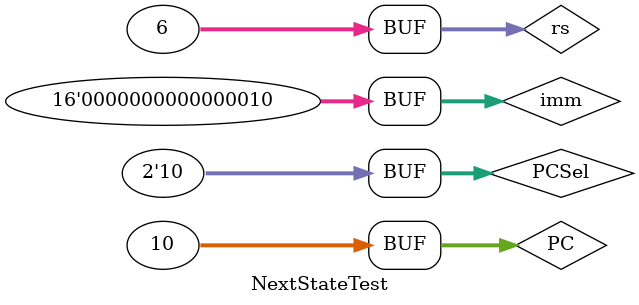
<source format=v>
`timescale 1ns / 1ps


module NextStateTest;

	// Inputs
	reg [31:0] PC;
	reg [1:0] PCSel;
	reg [31:0] rs;
	reg [15:0] imm;

	// Outputs
	wire [31:0] UpdatedPC;
	wire [31:0] IncrPC;

	// Instantiate the Unit Under Test (UUT)
	NextState uut (
		.PC(PC), 
		.PCSel(PCSel), 
		.rs(rs), 
		.imm(imm), 
		.UpdatedPC(UpdatedPC),
		.IncrPC(IncrPC)
	);

	initial begin
		// Initialize Inputs
		PC = 0;
		PCSel = 0;
		rs = 0;
		imm = 0;

		// Wait 100 ns for global reset to finish
		#100;
	end
	
	initial 
		begin
			PC = 32'b1010; PCSel = 2'b00; rs = 32'b110; imm = 16'b10;
			#10; PC = 32'b1010; PCSel = 2'b01; rs = 32'b110; imm = 16'b10;
			#10; PC = 32'b1010; PCSel = 2'b01; rs = 32'b110; imm = 16'b1000000000000010;
			#10; PC = 32'b1010; PCSel = 2'b10; rs = 32'b110; imm = 16'b10;
		end
      
endmodule


</source>
